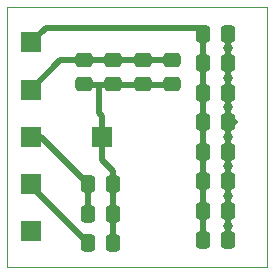
<source format=gtl>
G04 #@! TF.GenerationSoftware,KiCad,Pcbnew,(7.0.0)*
G04 #@! TF.CreationDate,2023-03-10T18:23:16+01:00*
G04 #@! TF.ProjectId,CapacitorBox0805,43617061-6369-4746-9f72-426f78303830,rev?*
G04 #@! TF.SameCoordinates,Original*
G04 #@! TF.FileFunction,Copper,L1,Top*
G04 #@! TF.FilePolarity,Positive*
%FSLAX46Y46*%
G04 Gerber Fmt 4.6, Leading zero omitted, Abs format (unit mm)*
G04 Created by KiCad (PCBNEW (7.0.0)) date 2023-03-10 18:23:16*
%MOMM*%
%LPD*%
G01*
G04 APERTURE LIST*
G04 Aperture macros list*
%AMRoundRect*
0 Rectangle with rounded corners*
0 $1 Rounding radius*
0 $2 $3 $4 $5 $6 $7 $8 $9 X,Y pos of 4 corners*
0 Add a 4 corners polygon primitive as box body*
4,1,4,$2,$3,$4,$5,$6,$7,$8,$9,$2,$3,0*
0 Add four circle primitives for the rounded corners*
1,1,$1+$1,$2,$3*
1,1,$1+$1,$4,$5*
1,1,$1+$1,$6,$7*
1,1,$1+$1,$8,$9*
0 Add four rect primitives between the rounded corners*
20,1,$1+$1,$2,$3,$4,$5,0*
20,1,$1+$1,$4,$5,$6,$7,0*
20,1,$1+$1,$6,$7,$8,$9,0*
20,1,$1+$1,$8,$9,$2,$3,0*%
G04 Aperture macros list end*
G04 #@! TA.AperFunction,SMDPad,CuDef*
%ADD10RoundRect,0.250000X-0.337500X-0.475000X0.337500X-0.475000X0.337500X0.475000X-0.337500X0.475000X0*%
G04 #@! TD*
G04 #@! TA.AperFunction,SMDPad,CuDef*
%ADD11RoundRect,0.250000X-0.475000X0.337500X-0.475000X-0.337500X0.475000X-0.337500X0.475000X0.337500X0*%
G04 #@! TD*
G04 #@! TA.AperFunction,ComponentPad*
%ADD12R,1.700000X1.700000*%
G04 #@! TD*
G04 #@! TA.AperFunction,ViaPad*
%ADD13C,0.800000*%
G04 #@! TD*
G04 #@! TA.AperFunction,Conductor*
%ADD14C,0.500000*%
G04 #@! TD*
G04 #@! TA.AperFunction,Profile*
%ADD15C,0.100000*%
G04 #@! TD*
G04 APERTURE END LIST*
D10*
X117625000Y-119750000D03*
X119700000Y-119750000D03*
X117625000Y-117250000D03*
X119700000Y-117250000D03*
D11*
X110000000Y-104462500D03*
X110000000Y-106537500D03*
D12*
X102999999Y-114999999D03*
X102999999Y-118999999D03*
D11*
X112500000Y-104462500D03*
X112500000Y-106537500D03*
X107500000Y-104462500D03*
X107500000Y-106537500D03*
D12*
X102999999Y-102999999D03*
X108999999Y-110999999D03*
D10*
X107862500Y-117500000D03*
X109937500Y-117500000D03*
D11*
X115000000Y-104462500D03*
X115000000Y-106537500D03*
D10*
X117625000Y-114750000D03*
X119700000Y-114750000D03*
X117625000Y-104750000D03*
X119700000Y-104750000D03*
D12*
X102999999Y-110999999D03*
D10*
X117625000Y-107250000D03*
X119700000Y-107250000D03*
X117625000Y-102250000D03*
X119700000Y-102250000D03*
X117625000Y-112250000D03*
X119700000Y-112250000D03*
X107862500Y-115000000D03*
X109937500Y-115000000D03*
D12*
X102999999Y-106999999D03*
D10*
X117625000Y-109750000D03*
X119700000Y-109750000D03*
X107862500Y-120000000D03*
X109937500Y-120000000D03*
D13*
X119725000Y-116000000D03*
X119725000Y-111000000D03*
X119725000Y-106000000D03*
X119725000Y-118500000D03*
X119725000Y-103500000D03*
X119725000Y-108500000D03*
X119725000Y-113500000D03*
D14*
X107875000Y-120000000D02*
X103000000Y-115125000D01*
X103000000Y-115125000D02*
X103000000Y-115000000D01*
X109937500Y-113850000D02*
X109000000Y-112912500D01*
X107500000Y-106600000D02*
X108812500Y-106600000D01*
X119700000Y-102250000D02*
X119700000Y-119750000D01*
X120225000Y-109750000D02*
X120275000Y-109750000D01*
X108812500Y-106600000D02*
X108812500Y-109012500D01*
X109000000Y-112912500D02*
X109000000Y-111000000D01*
X109937500Y-117500000D02*
X109937500Y-115000000D01*
X109937500Y-120000000D02*
X109937500Y-117500000D01*
X108812500Y-106600000D02*
X115000000Y-106600000D01*
X109000000Y-109200000D02*
X109000000Y-111000000D01*
X109937500Y-115000000D02*
X109937500Y-113850000D01*
X108812500Y-109012500D02*
X109000000Y-109200000D01*
X117125000Y-101750000D02*
X117625000Y-102250000D01*
X103000000Y-103000000D02*
X104250000Y-101750000D01*
X104250000Y-101750000D02*
X117500000Y-101750000D01*
X117625000Y-102250000D02*
X117625000Y-119750000D01*
X107875000Y-117500000D02*
X107875000Y-115000000D01*
X103875000Y-111000000D02*
X103000000Y-111000000D01*
X107875000Y-115000000D02*
X103875000Y-111000000D01*
X105500000Y-104500000D02*
X114937500Y-104500000D01*
X103000000Y-107000000D02*
X103087500Y-107000000D01*
X114937500Y-104500000D02*
X115000000Y-104437500D01*
X103000000Y-107000000D02*
X105500000Y-104500000D01*
D15*
X101000000Y-100000000D02*
X123000000Y-100000000D01*
X123000000Y-100000000D02*
X123000000Y-122000000D01*
X123000000Y-122000000D02*
X101000000Y-122000000D01*
X101000000Y-100000000D02*
X101000000Y-122000000D01*
M02*

</source>
